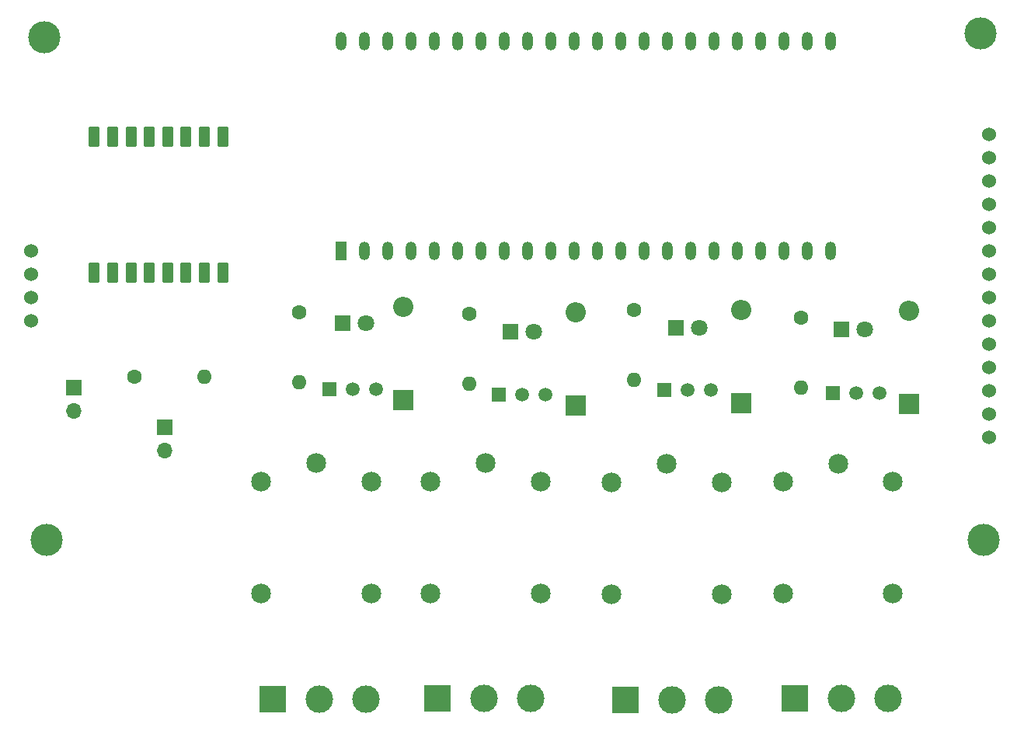
<source format=gbr>
%TF.GenerationSoftware,KiCad,Pcbnew,8.0.5*%
%TF.CreationDate,2025-05-15T22:27:58+02:00*%
%TF.ProjectId,nodo_central,6e6f646f-5f63-4656-9e74-72616c2e6b69,rev?*%
%TF.SameCoordinates,Original*%
%TF.FileFunction,Soldermask,Top*%
%TF.FilePolarity,Negative*%
%FSLAX46Y46*%
G04 Gerber Fmt 4.6, Leading zero omitted, Abs format (unit mm)*
G04 Created by KiCad (PCBNEW 8.0.5) date 2025-05-15 22:27:58*
%MOMM*%
%LPD*%
G01*
G04 APERTURE LIST*
G04 Aperture macros list*
%AMRoundRect*
0 Rectangle with rounded corners*
0 $1 Rounding radius*
0 $2 $3 $4 $5 $6 $7 $8 $9 X,Y pos of 4 corners*
0 Add a 4 corners polygon primitive as box body*
4,1,4,$2,$3,$4,$5,$6,$7,$8,$9,$2,$3,0*
0 Add four circle primitives for the rounded corners*
1,1,$1+$1,$2,$3*
1,1,$1+$1,$4,$5*
1,1,$1+$1,$6,$7*
1,1,$1+$1,$8,$9*
0 Add four rect primitives between the rounded corners*
20,1,$1+$1,$2,$3,$4,$5,0*
20,1,$1+$1,$4,$5,$6,$7,0*
20,1,$1+$1,$6,$7,$8,$9,0*
20,1,$1+$1,$8,$9,$2,$3,0*%
G04 Aperture macros list end*
%ADD10C,1.600000*%
%ADD11O,1.600000X1.600000*%
%ADD12R,1.700000X1.700000*%
%ADD13O,1.700000X1.700000*%
%ADD14R,1.800000X1.800000*%
%ADD15C,1.800000*%
%ADD16R,1.500000X1.500000*%
%ADD17C,1.500000*%
%ADD18R,3.000000X3.000000*%
%ADD19C,3.000000*%
%ADD20C,2.154000*%
%ADD21C,3.500000*%
%ADD22R,2.200000X2.200000*%
%ADD23O,2.200000X2.200000*%
%ADD24RoundRect,0.102000X-0.525000X0.975000X-0.525000X-0.975000X0.525000X-0.975000X0.525000X0.975000X0*%
%ADD25R,1.200000X2.000000*%
%ADD26O,1.200000X2.000000*%
%ADD27C,1.524000*%
G04 APERTURE END LIST*
D10*
%TO.C,R5*%
X181350000Y-69090000D03*
D11*
X181350000Y-76710000D03*
%TD*%
D12*
%TO.C,J5*%
X102100000Y-76725000D03*
D13*
X102100000Y-79265000D03*
%TD*%
D14*
%TO.C,D5*%
X131350000Y-69700000D03*
D15*
X133890000Y-69700000D03*
%TD*%
D16*
%TO.C,Q4*%
X184810000Y-77360000D03*
D17*
X187350000Y-77360000D03*
X189890000Y-77360000D03*
%TD*%
D10*
%TO.C,R2*%
X126600000Y-68490000D03*
D11*
X126600000Y-76110000D03*
%TD*%
D18*
%TO.C,J2*%
X141720000Y-110550000D03*
D19*
X146800000Y-110550000D03*
X151880000Y-110550000D03*
%TD*%
D20*
%TO.C,K2*%
X146950000Y-84950000D03*
X152950000Y-86950000D03*
X152950000Y-99150000D03*
X140950000Y-99150000D03*
X140950000Y-86950000D03*
%TD*%
D16*
%TO.C,Q2*%
X148410000Y-77460000D03*
D17*
X150950000Y-77460000D03*
X153490000Y-77460000D03*
%TD*%
D18*
%TO.C,J4*%
X180670000Y-110550000D03*
D19*
X185750000Y-110550000D03*
X190830000Y-110550000D03*
%TD*%
D21*
%TO.C,REF\u002A\u002A*%
X99070000Y-93300000D03*
%TD*%
D18*
%TO.C,J3*%
X162220000Y-110750000D03*
D19*
X167300000Y-110750000D03*
X172380000Y-110750000D03*
%TD*%
D21*
%TO.C,REF\u002A\u002A*%
X98840000Y-38500000D03*
%TD*%
D22*
%TO.C,D3*%
X174800000Y-78410000D03*
D23*
X174800000Y-68250000D03*
%TD*%
D20*
%TO.C,K1*%
X128500000Y-84937500D03*
X134500000Y-86937500D03*
X134500000Y-99137500D03*
X122500000Y-99137500D03*
X122500000Y-86937500D03*
%TD*%
D16*
%TO.C,Q1*%
X129960000Y-76910000D03*
D17*
X132500000Y-76910000D03*
X135040000Y-76910000D03*
%TD*%
D22*
%TO.C,D2*%
X156800000Y-78680000D03*
D23*
X156800000Y-68520000D03*
%TD*%
D18*
%TO.C,J1*%
X123720000Y-110650000D03*
D19*
X128800000Y-110650000D03*
X133880000Y-110650000D03*
%TD*%
D10*
%TO.C,R4*%
X163150000Y-68290000D03*
D11*
X163150000Y-75910000D03*
%TD*%
D24*
%TO.C,LoRaSX1*%
X118300000Y-49383273D03*
X116300000Y-49383273D03*
X114300000Y-49383273D03*
X112300000Y-49383273D03*
X110300000Y-49383273D03*
X108300000Y-49383273D03*
X106300000Y-49383273D03*
X104300000Y-49383273D03*
X104300000Y-64183273D03*
X106300000Y-64183273D03*
X108300000Y-64183273D03*
X110300000Y-64183273D03*
X112300000Y-64183273D03*
X114300000Y-64183273D03*
X116300000Y-64183273D03*
X118300000Y-64183273D03*
%TD*%
D22*
%TO.C,D1*%
X138000000Y-78060000D03*
D23*
X138000000Y-67900000D03*
%TD*%
D14*
%TO.C,D6*%
X149660000Y-70600000D03*
D15*
X152200000Y-70600000D03*
%TD*%
D10*
%TO.C,R3*%
X145150000Y-68700000D03*
D11*
X145150000Y-76320000D03*
%TD*%
D22*
%TO.C,D4*%
X193100000Y-78530000D03*
D23*
X193100000Y-68370000D03*
%TD*%
D20*
%TO.C,K3*%
X166700000Y-85050000D03*
X172700000Y-87050000D03*
X172700000Y-99250000D03*
X160700000Y-99250000D03*
X160700000Y-87050000D03*
%TD*%
D21*
%TO.C,REF\u002A\u002A*%
X200900000Y-38100000D03*
%TD*%
D12*
%TO.C,J6*%
X112000000Y-81050000D03*
D13*
X112000000Y-83590000D03*
%TD*%
D14*
%TO.C,D8*%
X185710000Y-70350000D03*
D15*
X188250000Y-70350000D03*
%TD*%
D20*
%TO.C,K4*%
X185350000Y-84987500D03*
X191350000Y-86987500D03*
X191350000Y-99187500D03*
X179350000Y-99187500D03*
X179350000Y-86987500D03*
%TD*%
D14*
%TO.C,D7*%
X167725000Y-70200000D03*
D15*
X170265000Y-70200000D03*
%TD*%
D21*
%TO.C,REF\u002A\u002A*%
X201200000Y-93300000D03*
%TD*%
D10*
%TO.C,R1*%
X108640000Y-75500000D03*
D11*
X116260000Y-75500000D03*
%TD*%
D25*
%TO.C,U2*%
X131160000Y-61860000D03*
D26*
X133700000Y-61860000D03*
X136240000Y-61860000D03*
X138780000Y-61860000D03*
X141320000Y-61860000D03*
X143860000Y-61860000D03*
X146400000Y-61860000D03*
X148940000Y-61860000D03*
X151480000Y-61860000D03*
X154020000Y-61860000D03*
X156560000Y-61860000D03*
X159100000Y-61860000D03*
X161640000Y-61860000D03*
X164180000Y-61860000D03*
X166720000Y-61860000D03*
X169260000Y-61860000D03*
X171800000Y-61860000D03*
X174340000Y-61860000D03*
X176880000Y-61860000D03*
X179417280Y-61863680D03*
X181957280Y-61863680D03*
X184497280Y-61863680D03*
X184500000Y-39000000D03*
X181960000Y-39000000D03*
X179420000Y-39000000D03*
X176880000Y-39000000D03*
X174340000Y-39000000D03*
X171800000Y-39000000D03*
X169260000Y-39000000D03*
X166720000Y-39000000D03*
X164180000Y-39000000D03*
X161640000Y-39000000D03*
X159100000Y-39000000D03*
X156560000Y-39000000D03*
X154020000Y-39000000D03*
X151480000Y-39000000D03*
X148940000Y-39000000D03*
X146400000Y-39000000D03*
X143860000Y-39000000D03*
X141320000Y-39000000D03*
X138780000Y-39000000D03*
X136240000Y-39000000D03*
X133700000Y-39000000D03*
X131160000Y-39000000D03*
%TD*%
D16*
%TO.C,Q3*%
X166460000Y-77010000D03*
D17*
X169000000Y-77010000D03*
X171540000Y-77010000D03*
%TD*%
D27*
%TO.C,U1*%
X201844000Y-49150000D03*
X201844000Y-51690000D03*
X201844000Y-54230000D03*
X201844000Y-56770000D03*
X201844000Y-59310000D03*
X201844000Y-61850000D03*
X201844000Y-64390000D03*
X201844000Y-66930000D03*
X201844000Y-69470000D03*
X201844000Y-72010000D03*
X201844000Y-74550000D03*
X201844000Y-77090000D03*
X201844000Y-79629000D03*
X201844000Y-82170000D03*
X97450000Y-61850000D03*
X97450000Y-64390000D03*
X97450000Y-66930000D03*
X97450000Y-69470000D03*
%TD*%
M02*

</source>
